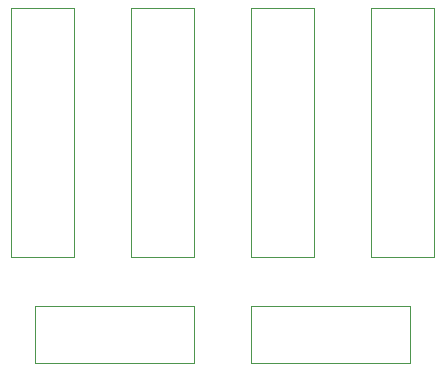
<source format=gbr>
G04 #@! TF.GenerationSoftware,KiCad,Pcbnew,(5.0.0)*
G04 #@! TF.CreationDate,2019-02-26T18:07:47+01:00*
G04 #@! TF.ProjectId,Potentiometer_mount_4LED,506F74656E74696F6D657465725F6D6F,rev?*
G04 #@! TF.SameCoordinates,Original*
G04 #@! TF.FileFunction,Other,User*
%FSLAX46Y46*%
G04 Gerber Fmt 4.6, Leading zero omitted, Abs format (unit mm)*
G04 Created by KiCad (PCBNEW (5.0.0)) date 02/26/19 18:07:47*
%MOMM*%
%LPD*%
G01*
G04 APERTURE LIST*
%ADD10C,0.050000*%
G04 APERTURE END LIST*
D10*
G04 #@! TO.C,From Stimlator*
X121600000Y-77400000D02*
X121600000Y-82200000D01*
X121600000Y-82200000D02*
X135100000Y-82200000D01*
X135100000Y-82200000D02*
X135100000Y-77400000D01*
X135100000Y-77400000D02*
X121600000Y-77400000D01*
G04 #@! TO.C,To LED*
X153400000Y-77400000D02*
X139900000Y-77400000D01*
X153400000Y-82200000D02*
X153400000Y-77400000D01*
X139900000Y-82200000D02*
X153400000Y-82200000D01*
X139900000Y-77400000D02*
X139900000Y-82200000D01*
G04 #@! TO.C,LED 1*
X124950000Y-73250000D02*
X124950000Y-52200000D01*
X119600000Y-73250000D02*
X124950000Y-73250000D01*
X119600000Y-52200000D02*
X119600000Y-73250000D01*
X124950000Y-52200000D02*
X119600000Y-52200000D01*
G04 #@! TO.C,LED 2*
X135110000Y-52200000D02*
X129760000Y-52200000D01*
X129760000Y-52200000D02*
X129760000Y-73250000D01*
X129760000Y-73250000D02*
X135110000Y-73250000D01*
X135110000Y-73250000D02*
X135110000Y-52200000D01*
G04 #@! TO.C,LED 3*
X145270000Y-73250000D02*
X145270000Y-52200000D01*
X139920000Y-73250000D02*
X145270000Y-73250000D01*
X139920000Y-52200000D02*
X139920000Y-73250000D01*
X145270000Y-52200000D02*
X139920000Y-52200000D01*
G04 #@! TO.C,LED 4*
X155430000Y-52200000D02*
X150080000Y-52200000D01*
X150080000Y-52200000D02*
X150080000Y-73250000D01*
X150080000Y-73250000D02*
X155430000Y-73250000D01*
X155430000Y-73250000D02*
X155430000Y-52200000D01*
G04 #@! TD*
M02*

</source>
